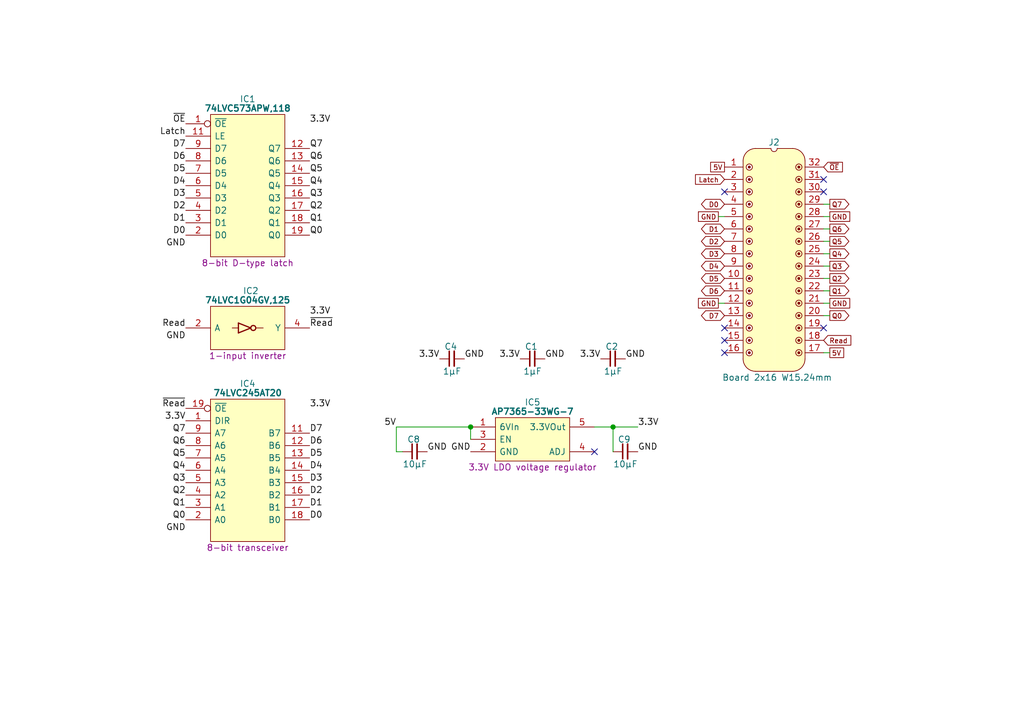
<source format=kicad_sch>
(kicad_sch (version 20250114) (generator "eeschema") (generator_version "9.0")
  (paper "A5")
  (title_block (title "Register 8bit with IO") (date "2025-06-17") (rev "V0"))
  (lib_symbols
    (symbol "Diodes_Inc:74LVC245AT20" (pin_names (offset 0.762))
      (property "Reference" "IC" (at 12.7 5.08 0))
      (property "Value" "74LVC245AT20" (at 12.7 3.175 0))
      (property "Description" "8-bit transceiver" (at 12.7 -28.575 0))
      (symbol "74LVC245AT20_0_0"
        (pin input inverted (at 0 0 0) (length 5.08) (name "~{OE}") (number "19"))
        (pin input line (at 0 -2.54 0) (length 5.08) (name "DIR") (number "1"))
        (pin tri_state line (at 0 -5.08 0) (length 5.08) (name "A7") (number "9"))
        (pin tri_state line (at 0 -7.62 0) (length 5.08) (name "A6") (number "8"))
        (pin tri_state line (at 0 -10.16 0) (length 5.08) (name "A5") (number "7"))
        (pin tri_state line (at 0 -12.7 0) (length 5.08) (name "A4") (number "6"))
        (pin tri_state line (at 0 -15.24 0) (length 5.08) (name "A3") (number "5"))
        (pin tri_state line (at 0 -17.78 0) (length 5.08) (name "A2") (number "4"))
        (pin tri_state line (at 0 -20.32 0) (length 5.08) (name "A1") (number "3"))
        (pin tri_state line (at 0 -22.86 0) (length 5.08) (name "A0") (number "2"))
        (pin passive line (at 0 -25.4 0) (length 5.08) (hide yes) (name "GND") (number "10"))
        (pin tri_state line (at 25.4 -5.08 180) (length 5.08) (name "B7") (number "11"))
        (pin tri_state line (at 25.4 -7.62 180) (length 5.08) (name "B6") (number "12"))
        (pin tri_state line (at 25.4 -10.16 180) (length 5.08) (name "B5") (number "13"))
        (pin tri_state line (at 25.4 -12.7 180) (length 5.08) (name "B4") (number "14"))
        (pin tri_state line (at 25.4 -15.24 180) (length 5.08) (name "B3") (number "15"))
        (pin tri_state line (at 25.4 -17.78 180) (length 5.08) (name "B2") (number "16"))
        (pin tri_state line (at 25.4 -20.32 180) (length 5.08) (name "B1") (number "17"))
        (pin tri_state line (at 25.4 -22.86 180) (length 5.08) (name "B0") (number "18"))
      )
      (symbol "74LVC245AT20_0_1"
        (polyline (pts (xy 5.08 1.905) (xy 20.32 1.905) (xy 20.32 -27.305) (xy 5.08 -27.305) (xy 5.08 1.905)) (stroke (width 0.1524)) (fill (type background)))
      )
      (symbol "74LVC245AT20_1_0"
        (pin passive line (at 25.4 0 180) (length 5.08) (hide yes) (name "3V") (number "20"))
      )
    )
    (symbol "Diodes_Inc:AP7365-33WG-7" (pin_names (offset 0.762))
      (property "Reference" "IC" (at 12.7 5.08 0))
      (property "Value" "AP7365-33WG-7" (at 12.7 3.175 0))
      (property "Description" "3.3V LDO voltage regulator" (at 12.7 -8.255 0))
      (symbol "AP7365-33WG-7_0_0"
        (pin input line (at 0 -2.54 0) (length 5.08) (name "EN") (number "3"))
        (pin passive line (at 0 -5.08 0) (length 5.08) (name "GND") (number "2"))
        (pin passive line (at 25.4 -5.08 180) (length 5.08) (name "ADJ") (number "4"))
      )
      (symbol "AP7365-33WG-7_0_1"
        (polyline (pts (xy 5.08 1.905) (xy 20.32 1.905) (xy 20.32 -6.985) (xy 5.08 -6.985) (xy 5.08 1.905)) (fill (type background)))
      )
      (symbol "AP7365-33WG-7_1_0"
        (pin passive line (at 0 0 0) (length 5.08) (name "6VIn") (number "1"))
        (pin passive line (at 25.4 0 180) (length 5.08) (name "3.3VOut") (number "5"))
      )
    )
    (symbol "HCP65:Board_02x16_W15.24mm" (pin_names (offset 1.016) (hide yes))
      (property "Reference" "J" (at 0 5.08 0))
      (property "Value" "Board 2x16 W15.24mm" (at 0.635 -43.18 0))
      (symbol "Board_02x16_W15.24mm_0_1"
        (polyline (pts (xy -6.35 1.27) (xy -6.35 -39.37)))
        (arc (start -3.8102 -41.9098) (mid -5.6063 -41.1659) (end -6.3502 -39.3698))
        (arc (start -6.35 1.27) (mid -5.6061 3.0661) (end -3.81 3.81))
        (polyline (pts (xy -3.81 3.81) (xy -0.635 3.81)))
        (arc (start 0.635 3.81) (mid 0 3.175) (end -0.635 3.81))
        (polyline (pts (xy 0.635 3.81) (xy 3.81 3.81)))
        (polyline (pts (xy 3.8098 -41.9098) (xy -3.81 -41.91)))
        (arc (start 3.81 3.81) (mid 5.6061 3.0661) (end 6.35 1.27))
        (arc (start 6.3498 -39.3698) (mid 5.6059 -41.1659) (end 3.8098 -41.9098))
        (polyline (pts (xy 6.35 -39.37) (xy 6.35 1.27)))
      )
      (symbol "Board_02x16_W15.24mm_1_1"
        (polyline (pts (xy -6.35 1.27) (xy -6.096 2.286) (xy -5.588 3.048) (xy -4.826 3.556) (xy -4.064 3.81) (xy -0.762 3.81) (xy -0.508 3.302) (xy 0 3.048) (xy 0 -41.91) (xy -3.81 -41.91) (xy -4.826 -41.656) (xy -5.588 -41.148) (xy -6.096 -40.386) (xy -6.35 -39.37) (xy -6.35 1.27)) (stroke (width -0.0001)) (fill (type background)))
        (circle (center -5.08 0) (radius 0.0001) (stroke (width 0.3)))
        (circle (center -5.08 0) (radius 0.635) (fill (type color) (color 255 255 255 1)))
        (circle (center -5.08 -2.54) (radius 0.0001) (stroke (width 0.3)))
        (circle (center -5.08 -2.54) (radius 0.635) (fill (type color) (color 255 255 255 1)))
        (circle (center -5.08 -5.08) (radius 0.0001) (stroke (width 0.3)))
        (circle (center -5.08 -5.08) (radius 0.635) (fill (type color) (color 255 255 255 1)))
        (circle (center -5.08 -7.62) (radius 0.0001) (stroke (width 0.3)))
        (circle (center -5.08 -7.62) (radius 0.635) (fill (type color) (color 255 255 255 1)))
        (circle (center -5.08 -10.16) (radius 0.0001) (stroke (width 0.3)))
        (circle (center -5.08 -10.16) (radius 0.635) (fill (type color) (color 255 255 255 1)))
        (circle (center -5.08 -12.7) (radius 0.0001) (stroke (width 0.3)))
        (circle (center -5.08 -12.7) (radius 0.635) (fill (type color) (color 255 255 255 1)))
        (circle (center -5.08 -15.24) (radius 0.0001) (stroke (width 0.3)))
        (circle (center -5.08 -15.24) (radius 0.635) (fill (type color) (color 255 255 255 1)))
        (circle (center -5.08 -17.78) (radius 0.0001) (stroke (width 0.3)))
        (circle (center -5.08 -17.78) (radius 0.635) (fill (type color) (color 255 255 255 1)))
        (circle (center -5.08 -20.32) (radius 0.0001) (stroke (width 0.3)))
        (circle (center -5.08 -20.32) (radius 0.635) (fill (type color) (color 255 255 255 1)))
        (circle (center -5.08 -22.86) (radius 0.0001) (stroke (width 0.3)))
        (circle (center -5.08 -22.86) (radius 0.635) (fill (type color) (color 255 255 255 1)))
        (circle (center -5.08 -25.4) (radius 0.0001) (stroke (width 0.3)))
        (circle (center -5.08 -25.4) (radius 0.635) (fill (type color) (color 255 255 255 1)))
        (circle (center -5.08 -27.94) (radius 0.0001) (stroke (width 0.3)))
        (circle (center -5.08 -27.94) (radius 0.635) (fill (type color) (color 255 255 255 1)))
        (circle (center -5.08 -30.48) (radius 0.0001) (stroke (width 0.3)))
        (circle (center -5.08 -30.48) (radius 0.635) (fill (type color) (color 255 255 255 1)))
        (circle (center -5.08 -33.02) (radius 0.0001) (stroke (width 0.3)))
        (circle (center -5.08 -33.02) (radius 0.635) (fill (type color) (color 255 255 255 1)))
        (circle (center -5.08 -35.56) (radius 0.0001) (stroke (width 0.3)))
        (circle (center -5.08 -35.56) (radius 0.635) (fill (type color) (color 255 255 255 1)))
        (circle (center -5.08 -38.1) (radius 0.0001) (stroke (width 0.3)))
        (circle (center -5.08 -38.1) (radius 0.635) (fill (type color) (color 255 255 255 1)))
        (circle (center 5.08 0) (radius 0.0001) (stroke (width 0.3)))
        (circle (center 5.08 0) (radius 0.635) (fill (type color) (color 255 255 255 1)))
        (circle (center 5.08 -2.54) (radius 0.0001) (stroke (width 0.3)))
        (circle (center 5.08 -2.54) (radius 0.635) (fill (type color) (color 255 255 255 1)))
        (circle (center 5.08 -5.08) (radius 0.0001) (stroke (width 0.3)))
        (circle (center 5.08 -5.08) (radius 0.635) (fill (type color) (color 255 255 255 1)))
        (circle (center 5.08 -7.62) (radius 0.0001) (stroke (width 0.3)))
        (circle (center 5.08 -7.62) (radius 0.635) (fill (type color) (color 255 255 255 1)))
        (circle (center 5.08 -10.16) (radius 0.0001) (stroke (width 0.3)))
        (circle (center 5.08 -10.16) (radius 0.635) (fill (type color) (color 255 255 255 1)))
        (circle (center 5.08 -12.7) (radius 0.0001) (stroke (width 0.3)))
        (circle (center 5.08 -12.7) (radius 0.635) (fill (type color) (color 255 255 255 1)))
        (circle (center 5.08 -15.24) (radius 0.0001) (stroke (width 0.3)))
        (circle (center 5.08 -15.24) (radius 0.635) (fill (type color) (color 255 255 255 1)))
        (circle (center 5.08 -17.78) (radius 0.0001) (stroke (width 0.3)))
        (circle (center 5.08 -17.78) (radius 0.635) (fill (type color) (color 255 255 255 1)))
        (circle (center 5.08 -20.32) (radius 0.0001) (stroke (width 0.3)))
        (circle (center 5.08 -20.32) (radius 0.635) (fill (type color) (color 255 255 255 1)))
        (circle (center 5.08 -22.86) (radius 0.0001) (stroke (width 0.3)))
        (circle (center 5.08 -22.86) (radius 0.635) (fill (type color) (color 255 255 255 1)))
        (circle (center 5.08 -25.4) (radius 0.0001) (stroke (width 0.3)))
        (circle (center 5.08 -25.4) (radius 0.635) (fill (type color) (color 255 255 255 1)))
        (circle (center 5.08 -27.94) (radius 0.0001) (stroke (width 0.3)))
        (circle (center 5.08 -27.94) (radius 0.635) (fill (type color) (color 255 255 255 1)))
        (circle (center 5.08 -30.48) (radius 0.0001) (stroke (width 0.3)))
        (circle (center 5.08 -30.48) (radius 0.635) (fill (type color) (color 255 255 255 1)))
        (circle (center 5.08 -33.02) (radius 0.0001) (stroke (width 0.3)))
        (circle (center 5.08 -33.02) (radius 0.635) (fill (type color) (color 255 255 255 1)))
        (circle (center 5.08 -35.56) (radius 0.0001) (stroke (width 0.3)))
        (circle (center 5.08 -35.56) (radius 0.635) (fill (type color) (color 255 255 255 1)))
        (circle (center 5.08 -38.1) (radius 0.0001) (stroke (width 0.3)))
        (circle (center 5.08 -38.1) (radius 0.635) (fill (type color) (color 255 255 255 1)))
        (polyline (pts (xy 6.35 1.27) (xy 6.096 2.286) (xy 5.588 3.048) (xy 4.826 3.556) (xy 4.064 3.81) (xy 0.762 3.81) (xy 0.508 3.302) (xy 0 3.048) (xy 0 -41.91) (xy 3.81 -41.91) (xy 4.826 -41.656) (xy 5.588 -41.148) (xy 6.096 -40.386) (xy 6.35 -39.37) (xy 6.35 1.27)) (stroke (width -0.0001)) (fill (type background)))
        (pin passive line (at -10.16 0 0) (length 3.81) (name "") (number "1"))
        (pin passive line (at -10.16 -2.54 0) (length 3.81) (name "") (number "2"))
        (pin passive line (at -10.16 -5.08 0) (length 3.81) (name "") (number "3"))
        (pin passive line (at -10.16 -7.62 0) (length 3.81) (name "") (number "4"))
        (pin passive line (at -10.16 -10.16 0) (length 3.81) (name "") (number "5"))
        (pin passive line (at -10.16 -12.7 0) (length 3.81) (name "") (number "6"))
        (pin passive line (at -10.16 -15.24 0) (length 3.81) (name "") (number "7"))
        (pin passive line (at -10.16 -17.78 0) (length 3.81) (name "") (number "8"))
        (pin passive line (at -10.16 -20.32 0) (length 3.81) (name "") (number "9"))
        (pin passive line (at -10.16 -22.86 0) (length 3.81) (name "") (number "10"))
        (pin passive line (at -10.16 -25.4 0) (length 3.81) (name "") (number "11"))
        (pin passive line (at -10.16 -27.94 0) (length 3.81) (name "") (number "12"))
        (pin passive line (at -10.16 -30.48 0) (length 3.81) (name "") (number "13"))
        (pin passive line (at -10.16 -33.02 0) (length 3.81) (name "") (number "14"))
        (pin passive line (at -10.16 -35.56 0) (length 3.81) (name "") (number "15"))
        (pin passive line (at -10.16 -38.1 0) (length 3.81) (name "") (number "16"))
        (pin passive line (at 10.16 0 180) (length 3.81) (name "") (number "32"))
        (pin passive line (at 10.16 -2.54 180) (length 3.81) (name "") (number "31"))
        (pin passive line (at 10.16 -5.08 180) (length 3.81) (name "") (number "30"))
        (pin passive line (at 10.16 -7.62 180) (length 3.81) (name "") (number "29"))
        (pin passive line (at 10.16 -10.16 180) (length 3.81) (name "") (number "28"))
        (pin passive line (at 10.16 -12.7 180) (length 3.81) (name "") (number "27"))
        (pin passive line (at 10.16 -15.24 180) (length 3.81) (name "") (number "26"))
        (pin passive line (at 10.16 -17.78 180) (length 3.81) (name "") (number "25"))
        (pin passive line (at 10.16 -20.32 180) (length 3.81) (name "") (number "24"))
        (pin passive line (at 10.16 -22.86 180) (length 3.81) (name "") (number "23"))
        (pin passive line (at 10.16 -25.4 180) (length 3.81) (name "") (number "22"))
        (pin passive line (at 10.16 -27.94 180) (length 3.81) (name "") (number "21"))
        (pin passive line (at 10.16 -30.48 180) (length 3.81) (name "") (number "20"))
        (pin passive line (at 10.16 -33.02 180) (length 3.81) (name "") (number "19"))
        (pin passive line (at 10.16 -35.56 180) (length 3.81) (name "") (number "18"))
        (pin passive line (at 10.16 -38.1 180) (length 3.81) (name "") (number "17"))
      )
    )
    (symbol "HCP65:C_0805" (pin_numbers (hide yes)) (pin_names (offset 0.254) (hide yes))
      (property "Reference" "C" (at 2.286 2.54 0))
      (property "Value" "?μF" (at 2.54 -2.54 0))
      (symbol "C_0805_0_1"
        (polyline (pts (xy 1.9685 -1.4605) (xy 1.9685 1.5875)) (stroke (width 0.3048)))
        (polyline (pts (xy 2.9845 -1.4605) (xy 2.9845 1.5875)) (stroke (width 0.3302)))
      )
      (symbol "C_0805_1_1"
        (pin passive line (at 0 0 0) (length 2.032) (name "~") (number "1"))
        (pin passive line (at 5.08 0 180) (length 2.032) (name "~") (number "2"))
      )
    )
    (symbol "Nexperia:74LVC1G04GV,125" (pin_names (offset 0.762))
      (property "Reference" "IC" (at 13.335 5.08 0))
      (property "Value" "74LVC1G04GV,125" (at 12.7 3.175 0))
      (property "Description" "1-input inverter" (at 12.7 -8.255 0))
      (symbol "74LVC1G04GV,125_0_0"
        (pin input line (at 0 -2.54 0) (length 5.08) (name "A") (number "2"))
        (pin passive line (at 0 -5.08 0) (length 5.08) (hide yes) (name "GND") (number "3"))
        (pin passive line (at 25.4 0 180) (length 5.08) (hide yes) (name "3V") (number "5"))
        (pin output line (at 25.4 -2.54 180) (length 5.08) (name "Y") (number "4"))
      )
      (symbol "74LVC1G04GV,125_0_1"
        (polyline (pts (xy 5.08 1.905) (xy 20.32 1.905) (xy 20.32 -6.985) (xy 5.08 -6.985) (xy 5.08 1.905)) (stroke (width 0.1524)) (fill (type background)))
        (polyline (pts (xy 9.525 -2.54) (xy 10.7949 -2.54)))
        (rectangle (start 10.795 -1.524) (end 10.795 -3.556) (stroke (width 0.254)) (fill (type background)))
        (polyline (pts (xy 10.795 -3.556) (xy 13.335 -2.54) (xy 10.795 -1.524)) (stroke (width 0.254)))
        (circle (center 13.843 -2.54) (radius 0.508) (stroke (width 0.254)))
        (polyline (pts (xy 14.351 -2.54) (xy 15.875 -2.54)))
      )
      (symbol "74LVC1G04GV,125_1_0"
        (pin no_connect line (at 25.4 -5.08 180) (length 5.08) (hide yes) (name "N.C.") (number "1"))
      )
    )
    (symbol "Nexperia:74LVC573APW,118" (pin_names (offset 0.762))
      (property "Reference" "IC" (at 12.7 5.08 0))
      (property "Value" "74LVC573APW,118" (at 12.7 3.175 0))
      (property "Description" "8-bit D-type latch" (at 12.7 -28.575 0))
      (symbol "74LVC573APW,118_0_0"
        (pin input inverted (at 0 0 0) (length 5.08) (name "~{OE}") (number "1"))
        (pin input line (at 0 -2.54 0) (length 5.08) (name "LE") (number "11"))
        (pin input line (at 0 -5.08 0) (length 5.08) (name "D7") (number "9"))
        (pin input line (at 0 -7.62 0) (length 5.08) (name "D6") (number "8"))
        (pin input line (at 0 -10.16 0) (length 5.08) (name "D5") (number "7"))
        (pin input line (at 0 -12.7 0) (length 5.08) (name "D4") (number "6"))
        (pin input line (at 0 -15.24 0) (length 5.08) (name "D3") (number "5"))
        (pin input line (at 0 -17.78 0) (length 5.08) (name "D2") (number "4"))
        (pin input line (at 0 -20.32 0) (length 5.08) (name "D1") (number "3"))
        (pin input line (at 0 -22.86 0) (length 5.08) (name "D0") (number "2"))
        (pin passive line (at 0 -25.4 0) (length 5.08) (hide yes) (name "GND") (number "10"))
        (pin passive line (at 25.4 0 180) (length 5.08) (hide yes) (name "3V") (number "20"))
        (pin tri_state line (at 25.4 -5.08 180) (length 5.08) (name "Q7") (number "12"))
        (pin tri_state line (at 25.4 -7.62 180) (length 5.08) (name "Q6") (number "13"))
        (pin tri_state line (at 25.4 -10.16 180) (length 5.08) (name "Q5") (number "14"))
        (pin tri_state line (at 25.4 -12.7 180) (length 5.08) (name "Q4") (number "15"))
        (pin tri_state line (at 25.4 -15.24 180) (length 5.08) (name "Q3") (number "16"))
        (pin tri_state line (at 25.4 -17.78 180) (length 5.08) (name "Q2") (number "17"))
        (pin tri_state line (at 25.4 -20.32 180) (length 5.08) (name "Q1") (number "18"))
        (pin tri_state line (at 25.4 -22.86 180) (length 5.08) (name "Q0") (number "19"))
      )
      (symbol "74LVC573APW,118_0_1"
        (polyline (pts (xy 5.08 1.905) (xy 20.32 1.905) (xy 20.32 -27.305) (xy 5.08 -27.305) (xy 5.08 1.905)) (stroke (width 0.1524)) (fill (type background)))
      )
    )
  )
  (junction (at 96.52 87.63))
  (junction (at 125.73 87.63))
  (no_connect (at 168.91 67.31))
  (no_connect (at 121.92 92.71))
  (no_connect (at 168.91 36.83))
  (no_connect (at 148.59 72.39))
  (no_connect (at 148.59 69.85))
  (no_connect (at 148.59 67.31))
  (no_connect (at 168.91 39.37))
  (no_connect (at 148.59 39.37))
  (wire (pts (xy 170.18 62.23) (xy 168.91 62.23)))
  (wire (pts (xy 125.73 92.71) (xy 125.73 87.63)))
  (wire (pts (xy 170.18 52.07) (xy 168.91 52.07)))
  (wire (pts (xy 147.32 62.23) (xy 148.59 62.23)))
  (wire (pts (xy 170.18 44.45) (xy 168.91 44.45)))
  (wire (pts (xy 81.28 87.63) (xy 96.52 87.63)))
  (wire (pts (xy 96.52 87.63) (xy 96.52 90.17)))
  (wire (pts (xy 170.18 72.39) (xy 168.91 72.39)))
  (wire (pts (xy 170.18 59.69) (xy 168.91 59.69)))
  (wire (pts (xy 170.18 49.53) (xy 168.91 49.53)))
  (wire (pts (xy 170.18 46.99) (xy 168.91 46.99)))
  (wire (pts (xy 121.92 87.63) (xy 125.73 87.63)))
  (wire (pts (xy 147.32 44.45) (xy 148.59 44.45)))
  (wire (pts (xy 170.18 41.91) (xy 168.91 41.91)))
  (wire (pts (xy 170.18 64.77) (xy 168.91 64.77)))
  (wire (pts (xy 81.28 87.63) (xy 81.28 92.71)))
  (wire (pts (xy 170.18 57.15) (xy 168.91 57.15)))
  (wire (pts (xy 170.18 54.61) (xy 168.91 54.61)))
  (wire (pts (xy 81.28 92.71) (xy 82.55 92.71)))
  (wire (pts (xy 125.73 87.63) (xy 130.81 87.63)))
  (label "Q0" (at 38.1 106.68 180))
  (label "Q0" (at 63.5 48.26 0))
  (label "Q1" (at 63.5 45.72 0))
  (label "D2" (at 38.1 43.18 180))
  (label "GND" (at 95.25 73.66 0))
  (label "Q2" (at 38.1 101.6 180))
  (label "D5" (at 38.1 35.56 180))
  (label "Q4" (at 38.1 96.52 180))
  (label "D1" (at 38.1 45.72 180))
  (label "GND" (at 130.81 92.71 0))
  (label "~{Read}" (at 38.1 83.82 180))
  (label "~{Read}" (at 63.5 67.31 0))
  (label "D4" (at 38.1 38.1 180))
  (label "GND" (at 38.1 69.85 180))
  (label "Q2" (at 63.5 43.18 0))
  (label "3.3V" (at 63.5 64.77 0))
  (label "GND" (at 87.63 92.71 0))
  (label "5V" (at 81.28 87.63 180))
  (label "3.3V" (at 38.1 86.36 180))
  (label "D0" (at 38.1 48.26 180))
  (label "Q6" (at 63.5 33.02 0))
  (label "Q1" (at 38.1 104.14 180))
  (label "3.3V" (at 63.5 25.4 0))
  (label "GND" (at 96.52 92.71 180))
  (label "GND" (at 128.27 73.66 0))
  (label "Q5" (at 63.5 35.56 0))
  (label "3.3V" (at 123.19 73.66 180))
  (label "3.3V" (at 106.68 73.66 180))
  (label "Q5" (at 38.1 93.98 180))
  (label "Q7" (at 63.5 30.48 0))
  (label "Q7" (at 38.1 88.9 180))
  (label "D0" (at 63.5 106.68 0))
  (label "~{OE}" (at 38.1 25.4 180))
  (label "D2" (at 63.5 101.6 0))
  (label "D3" (at 38.1 40.64 180))
  (label "3.3V" (at 63.5 83.82 0))
  (label "D7" (at 38.1 30.48 180))
  (label "Q6" (at 38.1 91.44 180))
  (label "D4" (at 63.5 96.52 0))
  (label "D5" (at 63.5 93.98 0))
  (label "3.3V" (at 130.81 87.63 0))
  (label "Latch" (at 38.1 27.94 180))
  (label "D6" (at 38.1 33.02 180))
  (label "GND" (at 38.1 109.22 180))
  (label "Read" (at 38.1 67.31 180))
  (label "GND" (at 38.1 50.8 180))
  (label "Q3" (at 63.5 40.64 0))
  (label "D7" (at 63.5 88.9 0))
  (label "D1" (at 63.5 104.14 0))
  (label "GND" (at 111.76 73.66 0))
  (label "Q3" (at 38.1 99.06 180))
  (label "3.3V" (at 90.17 73.66 180))
  (label "D3" (at 63.5 99.06 0))
  (label "D6" (at 63.5 91.44 0))
  (label "Q4" (at 63.5 38.1 0))
  (global_label "Q4" (shape output) (at 170.18 52.07 0) (effects (font (size 1 1))) (property "Intersheetrefs" "${INTERSHEET_REFS}" (effects (hide yes))))
  (global_label "GND" (shape passive) (at 147.32 62.23 180) (effects (font (size 1 1))) (property "Intersheetrefs" "${INTERSHEET_REFS}" (effects (hide yes))))
  (global_label "Q6" (shape output) (at 170.18 46.99 0) (effects (font (size 1 1))) (property "Intersheetrefs" "${INTERSHEET_REFS}" (effects (hide yes))))
  (global_label "Q3" (shape output) (at 170.18 54.61 0) (effects (font (size 1 1))) (property "Intersheetrefs" "${INTERSHEET_REFS}" (effects (hide yes))))
  (global_label "D4" (shape tri_state) (at 148.59 54.61 180) (effects (font (size 1 1))) (property "Intersheetrefs" "${INTERSHEET_REFS}" (effects (hide yes))))
  (global_label "5V" (shape passive) (at 170.18 72.39 0) (effects (font (size 1 1))) (property "Intersheetrefs" "${INTERSHEET_REFS}" (effects (hide yes))))
  (global_label "D0" (shape tri_state) (at 148.59 41.91 180) (effects (font (size 1 1))) (property "Intersheetrefs" "${INTERSHEET_REFS}" (effects (hide yes))))
  (global_label "GND" (shape passive) (at 147.32 44.45 180) (effects (font (size 1 1))) (property "Intersheetrefs" "${INTERSHEET_REFS}" (effects (hide yes))))
  (global_label "5V" (shape passive) (at 148.59 34.29 180) (effects (font (size 1 1))) (property "Intersheetrefs" "${INTERSHEET_REFS}" (effects (hide yes))))
  (global_label "Latch" (shape input) (at 148.59 36.83 180) (effects (font (size 1 1))) (property "Intersheetrefs" "${INTERSHEET_REFS}" (effects (hide yes))))
  (global_label "D6" (shape tri_state) (at 148.59 59.69 180) (effects (font (size 1 1))) (property "Intersheetrefs" "${INTERSHEET_REFS}" (effects (hide yes))))
  (global_label "D2" (shape tri_state) (at 148.59 49.53 180) (effects (font (size 1 1))) (property "Intersheetrefs" "${INTERSHEET_REFS}" (effects (hide yes))))
  (global_label "Q0" (shape output) (at 170.18 64.77 0) (effects (font (size 1 1))) (property "Intersheetrefs" "${INTERSHEET_REFS}" (effects (hide yes))))
  (global_label "GND" (shape passive) (at 170.18 44.45 0) (effects (font (size 1 1))) (property "Intersheetrefs" "${INTERSHEET_REFS}" (effects (hide yes))))
  (global_label "Q7" (shape output) (at 170.18 41.91 0) (effects (font (size 1 1))) (property "Intersheetrefs" "${INTERSHEET_REFS}" (effects (hide yes))))
  (global_label "~{OE}" (shape input) (at 168.91 34.29 0) (effects (font (size 1 1))) (property "Intersheetrefs" "${INTERSHEET_REFS}" (effects (hide yes))))
  (global_label "Q1" (shape output) (at 170.18 59.69 0) (effects (font (size 1 1))) (property "Intersheetrefs" "${INTERSHEET_REFS}" (effects (hide yes))))
  (global_label "GND" (shape passive) (at 170.18 62.23 0) (effects (font (size 1 1))) (property "Intersheetrefs" "${INTERSHEET_REFS}" (effects (hide yes))))
  (global_label "D1" (shape tri_state) (at 148.59 46.99 180) (effects (font (size 1 1))) (property "Intersheetrefs" "${INTERSHEET_REFS}" (effects (hide yes))))
  (global_label "D5" (shape tri_state) (at 148.59 57.15 180) (effects (font (size 1 1))) (property "Intersheetrefs" "${INTERSHEET_REFS}" (effects (hide yes))))
  (global_label "Q5" (shape output) (at 170.18 49.53 0) (effects (font (size 1 1))) (property "Intersheetrefs" "${INTERSHEET_REFS}" (effects (hide yes))))
  (global_label "D7" (shape tri_state) (at 148.59 64.77 180) (effects (font (size 1 1))) (property "Intersheetrefs" "${INTERSHEET_REFS}" (effects (hide yes))))
  (global_label "D3" (shape tri_state) (at 148.59 52.07 180) (effects (font (size 1 1))) (property "Intersheetrefs" "${INTERSHEET_REFS}" (effects (hide yes))))
  (global_label "Q2" (shape output) (at 170.18 57.15 0) (effects (font (size 1 1))) (property "Intersheetrefs" "${INTERSHEET_REFS}" (effects (hide yes))))
  (global_label "Read" (shape input) (at 168.91 69.85 0) (effects (font (size 1 1))) (property "Intersheetrefs" "${INTERSHEET_REFS}" (effects (hide yes))))
  (symbol (lib_id "HCP65:C_0805") (at 123.19 73.66 0) (unit 1)
    (property "Reference" "C2" (at 125.476 71.12 0))
    (property "Value" "1μF" (at 125.73 76.2 0))
    (property "Footprint" "SamacSys_Parts:C_0805" (effects (hide yes)))
  )
  (symbol (lib_id "HCP65:C_0805") (at 90.17 73.66 0) (unit 1)
    (property "Reference" "C4" (at 92.456 71.12 0))
    (property "Value" "1μF" (at 92.71 76.2 0))
    (property "Footprint" "SamacSys_Parts:C_0805" (effects (hide yes)))
  )
  (symbol (lib_id "Nexperia:74LVC1G04GV,125") (at 38.1 64.77 0) (unit 1)
    (property "Reference" "IC2" (at 51.435 59.69 0))
    (property "Value" "74LVC1G04GV,125" (at 50.8 61.595 0) (effects (font (bold yes))))
    (property "Footprint" "SamacSys_Parts:SOT95P275X110-5N" (effects (hide yes)))
    (property "Datasheet" "https://assets.nexperia.com/documents/data-sheet/74LVC1G04.pdf" (effects (hide yes)))
    (property "Description" "1-input inverter" (at 50.8 73.025 0))
    (property "Height" "1.1" (effects (hide yes)))
    (property "Manufacturer_Name" "Nexperia" (effects (hide yes)))
    (property "Manufacturer_Part_Number" "74LVC1G04GV,125" (effects (hide yes)))
    (property "Mouser Part Number" "771-74LVC1G04GV" (effects (hide yes)))
    (property "Mouser Price/Stock" "https://www.mouser.co.uk/ProductDetail/Nexperia/74LVC1G04GV125?qs=me8TqzrmIYW6McwMAxl%2F9w%3D%3D" (effects (hide yes)))
    (property "Silkscreen" "'1G04" (effects (hide yes)))
  )
  (symbol (lib_id "HCP65:C_0805") (at 82.55 92.71 0) (unit 1)
    (property "Reference" "C8" (at 84.836 90.17 0))
    (property "Value" "10µF" (at 82.55 95.25 0) (effects (justify left)))
    (property "Footprint" "SamacSys_Parts:C_0805" (effects (hide yes)))
  )
  (symbol (lib_id "Nexperia:74LVC573APW,118") (at 38.1 25.4 0) (unit 1)
    (property "Reference" "IC1" (at 50.8 20.32 0))
    (property "Value" "74LVC573APW,118" (at 50.8 22.225 0) (effects (font (bold yes))))
    (property "Footprint" "SamacSys_Parts:SOP65P640X110-20N" (effects (hide yes)))
    (property "Datasheet" "https://assets.nexperia.com/documents/data-sheet/74LVC573A.pdf" (effects (hide yes)))
    (property "Description" "8-bit D-type latch" (at 50.8 53.975 0))
    (property "Height" "1.1" (effects (hide yes)))
    (property "Manufacturer_Name" "Nexperia" (effects (hide yes)))
    (property "Manufacturer_Part_Number" "74LVC573APW,118" (effects (hide yes)))
    (property "Mouser Part Number" "771-74LVC573APW-T" (effects (hide yes)))
    (property "Mouser Price/Stock" "https://www.mouser.co.uk/ProductDetail/Nexperia/74LVC573APW118/?qs=me8TqzrmIYU4mlL%252B5pgpig%3D%3D" (effects (hide yes)))
    (property "Silkscreen" "74LVC573" (effects (hide yes)))
    (property "Garbage" "74LVC573A - Octal D-type transparent latch with 5 V tolerant inputs/outputs; 3-state@en-us" (effects (hide yes)))
  )
  (symbol (lib_id "Diodes_Inc:AP7365-33WG-7") (at 96.52 87.63 0) (unit 1)
    (property "Reference" "IC5" (at 109.22 82.55 0))
    (property "Value" "AP7365-33WG-7" (at 109.22 84.455 0) (effects (font (bold yes))))
    (property "Footprint" "SamacSys_Parts:SOT95P285X130-5N" (effects (hide yes)))
    (property "Datasheet" "https://componentsearchengine.com/Datasheets/1/AP7365-33WG-7.pdf" (effects (hide yes)))
    (property "Description" "3.3V LDO voltage regulator" (at 109.22 95.885 0))
    (property "Height" "1.3" (effects (hide yes)))
    (property "Manufacturer_Name" "Diodes Inc." (effects (hide yes)))
    (property "Manufacturer_Part_Number" "AP7365-33WG-7" (effects (hide yes)))
    (property "Mouser Part Number" "621-AP7365-33WG-7" (effects (hide yes)))
    (property "Mouser Price/Stock" "https://www.mouser.co.uk/ProductDetail/Diodes-Incorporated/AP7365-33WG-7?qs=abZ1nkZpTuOZFvxvoFPL0w%3D%3D" (effects (hide yes)))
    (property "Arrow Part Number" "AP7365-33WG-7" (effects (hide yes)))
    (property "Arrow Price/Stock" "https://www.arrow.com/en/products/ap7365-33wg-7/diodes-incorporated?region=nac" (effects (hide yes)))
    (property "Silkscreen" "AP7365" (effects (hide yes)))
  )
  (symbol (lib_id "Diodes_Inc:74LVC245AT20") (at 38.1 83.82 0) (unit 1)
    (property "Reference" "IC4" (at 50.8 78.74 0))
    (property "Value" "74LVC245AT20" (at 50.8 80.645 0) (effects (font (bold yes))))
    (property "Footprint" "SamacSys_Parts:SOP65P640X120-20N" (effects (hide yes)))
    (property "Datasheet" "https://www.diodes.com/assets/Datasheets/74LVC245A.pdf" (effects (hide yes)))
    (property "Description" "8-bit transceiver" (at 50.8 112.395 0))
    (property "Height" "1.2" (effects (hide yes)))
    (property "Manufacturer_Name" "Diodes Inc." (effects (hide yes)))
    (property "Manufacturer_Part_Number" "74LVC245AT20-13" (effects (hide yes)))
    (property "Mouser Part Number" "621-74LVC245AT20-13" (effects (hide yes)))
    (property "Mouser Price/Stock" "https://www.mouser.co.uk/ProductDetail/Diodes-Incorporated/74LVC245AT20-13?qs=IvkZ4pJZlB2XcM151iWWTw%3D%3D" (effects (hide yes)))
    (property "Silkscreen" "74LVC245" (effects (hide yes)))
    (property "Garbage" "Bus Transceivers Octal Buffer Trans 3-State Outputs" (effects (hide yes)))
  )
  (symbol (lib_id "HCP65:C_0805") (at 125.73 92.71 0) (unit 1)
    (property "Reference" "C9" (at 128.016 90.17 0))
    (property "Value" "10µF" (at 125.73 95.25 0) (effects (justify left)))
    (property "Footprint" "SamacSys_Parts:C_0805" (effects (hide yes)))
  )
  (symbol (lib_id "HCP65:Board_02x16_W15.24mm") (at 158.75 34.29 0) (unit 1)
    (property "Reference" "J2" (at 158.75 29.21 0))
    (property "Value" "Board 2x16 W15.24mm" (at 159.385 77.47 0))
    (property "Footprint" "SamacSys_Parts:DIP-32_Board_W15.24mm" (effects (hide yes)))
  )
  (symbol (lib_id "HCP65:C_0805") (at 106.68 73.66 0) (unit 1)
    (property "Reference" "C1" (at 108.966 71.12 0))
    (property "Value" "1μF" (at 109.22 76.2 0))
    (property "Footprint" "SamacSys_Parts:C_0805" (effects (hide yes)))
  )
)
</source>
